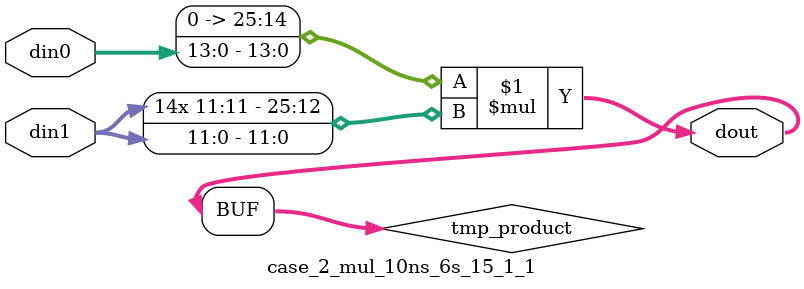
<source format=v>

`timescale 1 ns / 1 ps

 (* use_dsp = "no" *)  module case_2_mul_10ns_6s_15_1_1(din0, din1, dout);
parameter ID = 1;
parameter NUM_STAGE = 0;
parameter din0_WIDTH = 14;
parameter din1_WIDTH = 12;
parameter dout_WIDTH = 26;

input [din0_WIDTH - 1 : 0] din0; 
input [din1_WIDTH - 1 : 0] din1; 
output [dout_WIDTH - 1 : 0] dout;

wire signed [dout_WIDTH - 1 : 0] tmp_product;

























assign tmp_product = $signed({1'b0, din0}) * $signed(din1);










assign dout = tmp_product;





















endmodule

</source>
